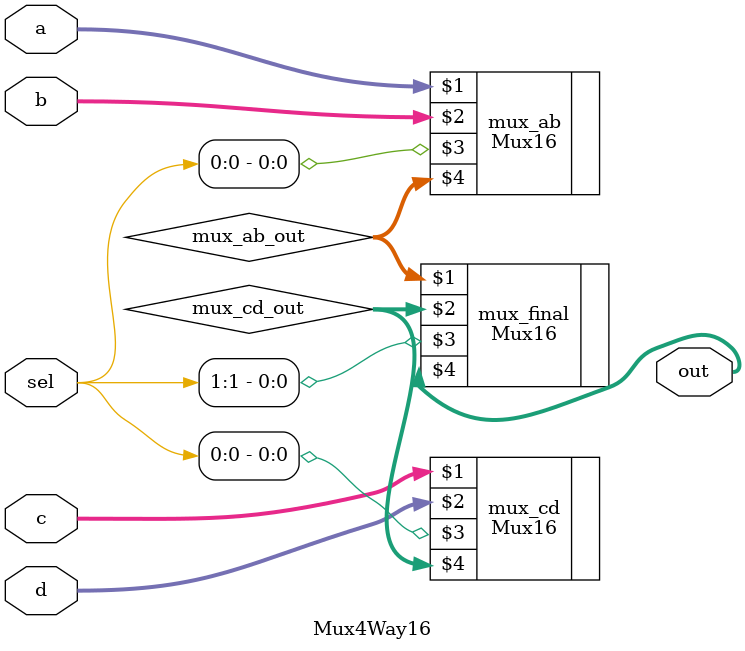
<source format=v>
`default_nettype none

module Mux4Way16 (
  input wire[15:0] a,
  input wire[15:0] b,
  input wire[15:0] c,
  input wire[15:0] d,
  input wire[1:0] sel,
  output wire[15:0] out
);

  wire[15:0] mux_ab_out;
  wire[15:0] mux_cd_out;

  Mux16 mux_ab(a, b, sel[0], mux_ab_out);
  Mux16 mux_cd(c, d, sel[0], mux_cd_out);

  Mux16 mux_final(mux_ab_out, mux_cd_out, sel[1], out);
endmodule

</source>
